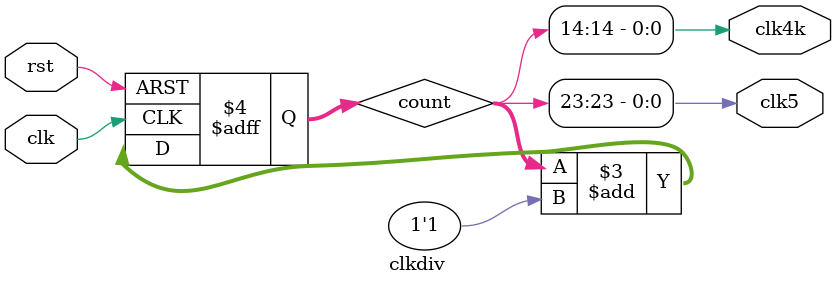
<source format=v>
`timescale 1ns / 1ps
module clkdiv(
    input wire clk,
    input wire rst,
    output wire clk4k,
    output wire clk5
    );
    
    reg [24:0] count;
    
    always @ (posedge clk or posedge rst)
    begin
		if (rst == 1'b1)
			count <= 24'b000000000000000000000000;
		else
			count <= count +1'b1;
	end
		
	assign clk4k = count[14];
	assign clk5 = count[23];

endmodule

</source>
